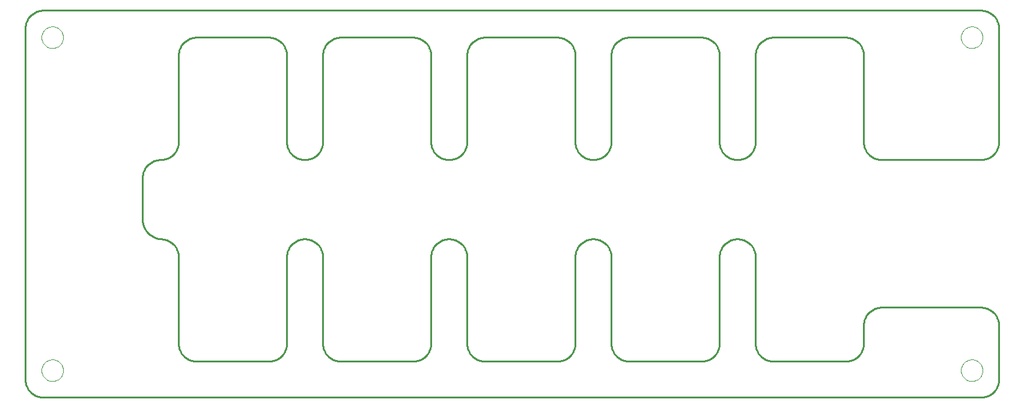
<source format=gtl>
G75*
G70*
%OFA0B0*%
%FSLAX24Y24*%
%IPPOS*%
%LPD*%
%AMOC8*
5,1,8,0,0,1.08239X$1,22.5*
%
%ADD10C,0.0100*%
%ADD11C,0.0000*%
D10*
X001150Y000150D02*
X053150Y000150D01*
X053210Y000152D01*
X053271Y000157D01*
X053330Y000166D01*
X053389Y000179D01*
X053448Y000195D01*
X053505Y000215D01*
X053560Y000238D01*
X053615Y000265D01*
X053667Y000294D01*
X053718Y000327D01*
X053767Y000363D01*
X053813Y000401D01*
X053857Y000443D01*
X053899Y000487D01*
X053937Y000533D01*
X053973Y000582D01*
X054006Y000633D01*
X054035Y000685D01*
X054062Y000740D01*
X054085Y000795D01*
X054105Y000852D01*
X054121Y000911D01*
X054134Y000970D01*
X054143Y001029D01*
X054148Y001090D01*
X054150Y001150D01*
X054150Y004150D01*
X054148Y004210D01*
X054143Y004271D01*
X054134Y004330D01*
X054121Y004389D01*
X054105Y004448D01*
X054085Y004505D01*
X054062Y004560D01*
X054035Y004615D01*
X054006Y004667D01*
X053973Y004718D01*
X053937Y004767D01*
X053899Y004813D01*
X053857Y004857D01*
X053813Y004899D01*
X053767Y004937D01*
X053718Y004973D01*
X053667Y005006D01*
X053615Y005035D01*
X053560Y005062D01*
X053505Y005085D01*
X053448Y005105D01*
X053389Y005121D01*
X053330Y005134D01*
X053271Y005143D01*
X053210Y005148D01*
X053150Y005150D01*
X047650Y005150D01*
X047590Y005148D01*
X047529Y005143D01*
X047470Y005134D01*
X047411Y005121D01*
X047352Y005105D01*
X047295Y005085D01*
X047240Y005062D01*
X047185Y005035D01*
X047133Y005006D01*
X047082Y004973D01*
X047033Y004937D01*
X046987Y004899D01*
X046943Y004857D01*
X046901Y004813D01*
X046863Y004767D01*
X046827Y004718D01*
X046794Y004667D01*
X046765Y004615D01*
X046738Y004560D01*
X046715Y004505D01*
X046695Y004448D01*
X046679Y004389D01*
X046666Y004330D01*
X046657Y004271D01*
X046652Y004210D01*
X046650Y004150D01*
X046650Y003150D01*
X046648Y003090D01*
X046643Y003029D01*
X046634Y002970D01*
X046621Y002911D01*
X046605Y002852D01*
X046585Y002795D01*
X046562Y002740D01*
X046535Y002685D01*
X046506Y002633D01*
X046473Y002582D01*
X046437Y002533D01*
X046399Y002487D01*
X046357Y002443D01*
X046313Y002401D01*
X046267Y002363D01*
X046218Y002327D01*
X046167Y002294D01*
X046115Y002265D01*
X046060Y002238D01*
X046005Y002215D01*
X045948Y002195D01*
X045889Y002179D01*
X045830Y002166D01*
X045771Y002157D01*
X045710Y002152D01*
X045650Y002150D01*
X041650Y002150D01*
X041590Y002152D01*
X041529Y002157D01*
X041470Y002166D01*
X041411Y002179D01*
X041352Y002195D01*
X041295Y002215D01*
X041240Y002238D01*
X041185Y002265D01*
X041133Y002294D01*
X041082Y002327D01*
X041033Y002363D01*
X040987Y002401D01*
X040943Y002443D01*
X040901Y002487D01*
X040863Y002533D01*
X040827Y002582D01*
X040794Y002633D01*
X040765Y002685D01*
X040738Y002740D01*
X040715Y002795D01*
X040695Y002852D01*
X040679Y002911D01*
X040666Y002970D01*
X040657Y003029D01*
X040652Y003090D01*
X040650Y003150D01*
X040650Y007950D01*
X040648Y008010D01*
X040643Y008071D01*
X040634Y008130D01*
X040621Y008189D01*
X040605Y008248D01*
X040585Y008305D01*
X040562Y008360D01*
X040535Y008415D01*
X040506Y008467D01*
X040473Y008518D01*
X040437Y008567D01*
X040399Y008613D01*
X040357Y008657D01*
X040313Y008699D01*
X040267Y008737D01*
X040218Y008773D01*
X040167Y008806D01*
X040115Y008835D01*
X040060Y008862D01*
X040005Y008885D01*
X039948Y008905D01*
X039889Y008921D01*
X039830Y008934D01*
X039771Y008943D01*
X039710Y008948D01*
X039650Y008950D01*
X039590Y008948D01*
X039529Y008943D01*
X039470Y008934D01*
X039411Y008921D01*
X039352Y008905D01*
X039295Y008885D01*
X039240Y008862D01*
X039185Y008835D01*
X039133Y008806D01*
X039082Y008773D01*
X039033Y008737D01*
X038987Y008699D01*
X038943Y008657D01*
X038901Y008613D01*
X038863Y008567D01*
X038827Y008518D01*
X038794Y008467D01*
X038765Y008415D01*
X038738Y008360D01*
X038715Y008305D01*
X038695Y008248D01*
X038679Y008189D01*
X038666Y008130D01*
X038657Y008071D01*
X038652Y008010D01*
X038650Y007950D01*
X038650Y003150D01*
X038648Y003090D01*
X038643Y003029D01*
X038634Y002970D01*
X038621Y002911D01*
X038605Y002852D01*
X038585Y002795D01*
X038562Y002740D01*
X038535Y002685D01*
X038506Y002633D01*
X038473Y002582D01*
X038437Y002533D01*
X038399Y002487D01*
X038357Y002443D01*
X038313Y002401D01*
X038267Y002363D01*
X038218Y002327D01*
X038167Y002294D01*
X038115Y002265D01*
X038060Y002238D01*
X038005Y002215D01*
X037948Y002195D01*
X037889Y002179D01*
X037830Y002166D01*
X037771Y002157D01*
X037710Y002152D01*
X037650Y002150D01*
X033650Y002150D01*
X033590Y002152D01*
X033529Y002157D01*
X033470Y002166D01*
X033411Y002179D01*
X033352Y002195D01*
X033295Y002215D01*
X033240Y002238D01*
X033185Y002265D01*
X033133Y002294D01*
X033082Y002327D01*
X033033Y002363D01*
X032987Y002401D01*
X032943Y002443D01*
X032901Y002487D01*
X032863Y002533D01*
X032827Y002582D01*
X032794Y002633D01*
X032765Y002685D01*
X032738Y002740D01*
X032715Y002795D01*
X032695Y002852D01*
X032679Y002911D01*
X032666Y002970D01*
X032657Y003029D01*
X032652Y003090D01*
X032650Y003150D01*
X032650Y007950D01*
X032648Y008010D01*
X032643Y008071D01*
X032634Y008130D01*
X032621Y008189D01*
X032605Y008248D01*
X032585Y008305D01*
X032562Y008360D01*
X032535Y008415D01*
X032506Y008467D01*
X032473Y008518D01*
X032437Y008567D01*
X032399Y008613D01*
X032357Y008657D01*
X032313Y008699D01*
X032267Y008737D01*
X032218Y008773D01*
X032167Y008806D01*
X032115Y008835D01*
X032060Y008862D01*
X032005Y008885D01*
X031948Y008905D01*
X031889Y008921D01*
X031830Y008934D01*
X031771Y008943D01*
X031710Y008948D01*
X031650Y008950D01*
X031590Y008948D01*
X031529Y008943D01*
X031470Y008934D01*
X031411Y008921D01*
X031352Y008905D01*
X031295Y008885D01*
X031240Y008862D01*
X031185Y008835D01*
X031133Y008806D01*
X031082Y008773D01*
X031033Y008737D01*
X030987Y008699D01*
X030943Y008657D01*
X030901Y008613D01*
X030863Y008567D01*
X030827Y008518D01*
X030794Y008467D01*
X030765Y008415D01*
X030738Y008360D01*
X030715Y008305D01*
X030695Y008248D01*
X030679Y008189D01*
X030666Y008130D01*
X030657Y008071D01*
X030652Y008010D01*
X030650Y007950D01*
X030650Y003150D01*
X030648Y003090D01*
X030643Y003029D01*
X030634Y002970D01*
X030621Y002911D01*
X030605Y002852D01*
X030585Y002795D01*
X030562Y002740D01*
X030535Y002685D01*
X030506Y002633D01*
X030473Y002582D01*
X030437Y002533D01*
X030399Y002487D01*
X030357Y002443D01*
X030313Y002401D01*
X030267Y002363D01*
X030218Y002327D01*
X030167Y002294D01*
X030115Y002265D01*
X030060Y002238D01*
X030005Y002215D01*
X029948Y002195D01*
X029889Y002179D01*
X029830Y002166D01*
X029771Y002157D01*
X029710Y002152D01*
X029650Y002150D01*
X025650Y002150D01*
X025590Y002152D01*
X025529Y002157D01*
X025470Y002166D01*
X025411Y002179D01*
X025352Y002195D01*
X025295Y002215D01*
X025240Y002238D01*
X025185Y002265D01*
X025133Y002294D01*
X025082Y002327D01*
X025033Y002363D01*
X024987Y002401D01*
X024943Y002443D01*
X024901Y002487D01*
X024863Y002533D01*
X024827Y002582D01*
X024794Y002633D01*
X024765Y002685D01*
X024738Y002740D01*
X024715Y002795D01*
X024695Y002852D01*
X024679Y002911D01*
X024666Y002970D01*
X024657Y003029D01*
X024652Y003090D01*
X024650Y003150D01*
X024650Y007950D01*
X024648Y008010D01*
X024643Y008071D01*
X024634Y008130D01*
X024621Y008189D01*
X024605Y008248D01*
X024585Y008305D01*
X024562Y008360D01*
X024535Y008415D01*
X024506Y008467D01*
X024473Y008518D01*
X024437Y008567D01*
X024399Y008613D01*
X024357Y008657D01*
X024313Y008699D01*
X024267Y008737D01*
X024218Y008773D01*
X024167Y008806D01*
X024115Y008835D01*
X024060Y008862D01*
X024005Y008885D01*
X023948Y008905D01*
X023889Y008921D01*
X023830Y008934D01*
X023771Y008943D01*
X023710Y008948D01*
X023650Y008950D01*
X023590Y008948D01*
X023529Y008943D01*
X023470Y008934D01*
X023411Y008921D01*
X023352Y008905D01*
X023295Y008885D01*
X023240Y008862D01*
X023185Y008835D01*
X023133Y008806D01*
X023082Y008773D01*
X023033Y008737D01*
X022987Y008699D01*
X022943Y008657D01*
X022901Y008613D01*
X022863Y008567D01*
X022827Y008518D01*
X022794Y008467D01*
X022765Y008415D01*
X022738Y008360D01*
X022715Y008305D01*
X022695Y008248D01*
X022679Y008189D01*
X022666Y008130D01*
X022657Y008071D01*
X022652Y008010D01*
X022650Y007950D01*
X022650Y003150D01*
X022648Y003090D01*
X022643Y003029D01*
X022634Y002970D01*
X022621Y002911D01*
X022605Y002852D01*
X022585Y002795D01*
X022562Y002740D01*
X022535Y002685D01*
X022506Y002633D01*
X022473Y002582D01*
X022437Y002533D01*
X022399Y002487D01*
X022357Y002443D01*
X022313Y002401D01*
X022267Y002363D01*
X022218Y002327D01*
X022167Y002294D01*
X022115Y002265D01*
X022060Y002238D01*
X022005Y002215D01*
X021948Y002195D01*
X021889Y002179D01*
X021830Y002166D01*
X021771Y002157D01*
X021710Y002152D01*
X021650Y002150D01*
X017650Y002150D01*
X017590Y002152D01*
X017529Y002157D01*
X017470Y002166D01*
X017411Y002179D01*
X017352Y002195D01*
X017295Y002215D01*
X017240Y002238D01*
X017185Y002265D01*
X017133Y002294D01*
X017082Y002327D01*
X017033Y002363D01*
X016987Y002401D01*
X016943Y002443D01*
X016901Y002487D01*
X016863Y002533D01*
X016827Y002582D01*
X016794Y002633D01*
X016765Y002685D01*
X016738Y002740D01*
X016715Y002795D01*
X016695Y002852D01*
X016679Y002911D01*
X016666Y002970D01*
X016657Y003029D01*
X016652Y003090D01*
X016650Y003150D01*
X016650Y007950D01*
X016648Y008010D01*
X016643Y008071D01*
X016634Y008130D01*
X016621Y008189D01*
X016605Y008248D01*
X016585Y008305D01*
X016562Y008360D01*
X016535Y008415D01*
X016506Y008467D01*
X016473Y008518D01*
X016437Y008567D01*
X016399Y008613D01*
X016357Y008657D01*
X016313Y008699D01*
X016267Y008737D01*
X016218Y008773D01*
X016167Y008806D01*
X016115Y008835D01*
X016060Y008862D01*
X016005Y008885D01*
X015948Y008905D01*
X015889Y008921D01*
X015830Y008934D01*
X015771Y008943D01*
X015710Y008948D01*
X015650Y008950D01*
X015590Y008948D01*
X015529Y008943D01*
X015470Y008934D01*
X015411Y008921D01*
X015352Y008905D01*
X015295Y008885D01*
X015240Y008862D01*
X015185Y008835D01*
X015133Y008806D01*
X015082Y008773D01*
X015033Y008737D01*
X014987Y008699D01*
X014943Y008657D01*
X014901Y008613D01*
X014863Y008567D01*
X014827Y008518D01*
X014794Y008467D01*
X014765Y008415D01*
X014738Y008360D01*
X014715Y008305D01*
X014695Y008248D01*
X014679Y008189D01*
X014666Y008130D01*
X014657Y008071D01*
X014652Y008010D01*
X014650Y007950D01*
X014650Y003150D01*
X014648Y003090D01*
X014643Y003029D01*
X014634Y002970D01*
X014621Y002911D01*
X014605Y002852D01*
X014585Y002795D01*
X014562Y002740D01*
X014535Y002685D01*
X014506Y002633D01*
X014473Y002582D01*
X014437Y002533D01*
X014399Y002487D01*
X014357Y002443D01*
X014313Y002401D01*
X014267Y002363D01*
X014218Y002327D01*
X014167Y002294D01*
X014115Y002265D01*
X014060Y002238D01*
X014005Y002215D01*
X013948Y002195D01*
X013889Y002179D01*
X013830Y002166D01*
X013771Y002157D01*
X013710Y002152D01*
X013650Y002150D01*
X009650Y002150D01*
X009590Y002152D01*
X009529Y002157D01*
X009470Y002166D01*
X009411Y002179D01*
X009352Y002195D01*
X009295Y002215D01*
X009240Y002238D01*
X009185Y002265D01*
X009133Y002294D01*
X009082Y002327D01*
X009033Y002363D01*
X008987Y002401D01*
X008943Y002443D01*
X008901Y002487D01*
X008863Y002533D01*
X008827Y002582D01*
X008794Y002633D01*
X008765Y002685D01*
X008738Y002740D01*
X008715Y002795D01*
X008695Y002852D01*
X008679Y002911D01*
X008666Y002970D01*
X008657Y003029D01*
X008652Y003090D01*
X008650Y003150D01*
X008650Y007950D01*
X008648Y008010D01*
X008643Y008071D01*
X008634Y008130D01*
X008621Y008189D01*
X008605Y008248D01*
X008585Y008305D01*
X008562Y008360D01*
X008535Y008415D01*
X008506Y008467D01*
X008473Y008518D01*
X008437Y008567D01*
X008399Y008613D01*
X008357Y008657D01*
X008313Y008699D01*
X008267Y008737D01*
X008218Y008773D01*
X008167Y008806D01*
X008115Y008835D01*
X008060Y008862D01*
X008005Y008885D01*
X007948Y008905D01*
X007889Y008921D01*
X007830Y008934D01*
X007771Y008943D01*
X007710Y008948D01*
X007650Y008950D01*
X007586Y008957D01*
X007523Y008969D01*
X007460Y008984D01*
X007399Y009002D01*
X007339Y009024D01*
X007280Y009050D01*
X007222Y009079D01*
X007167Y009111D01*
X007113Y009147D01*
X007062Y009186D01*
X007013Y009227D01*
X006966Y009271D01*
X006922Y009318D01*
X006881Y009368D01*
X006843Y009419D01*
X006808Y009473D01*
X006776Y009529D01*
X006747Y009586D01*
X006722Y009646D01*
X006700Y009706D01*
X006682Y009768D01*
X006667Y009830D01*
X006656Y009894D01*
X006649Y009957D01*
X006645Y010022D01*
X006646Y010086D01*
X006650Y010150D01*
X006650Y012350D01*
X006652Y012410D01*
X006657Y012471D01*
X006666Y012530D01*
X006679Y012589D01*
X006695Y012648D01*
X006715Y012705D01*
X006738Y012760D01*
X006765Y012815D01*
X006794Y012867D01*
X006827Y012918D01*
X006863Y012967D01*
X006901Y013013D01*
X006943Y013057D01*
X006987Y013099D01*
X007033Y013137D01*
X007082Y013173D01*
X007133Y013206D01*
X007185Y013235D01*
X007240Y013262D01*
X007295Y013285D01*
X007352Y013305D01*
X007411Y013321D01*
X007470Y013334D01*
X007529Y013343D01*
X007590Y013348D01*
X007650Y013350D01*
X007710Y013352D01*
X007771Y013357D01*
X007830Y013366D01*
X007889Y013379D01*
X007948Y013395D01*
X008005Y013415D01*
X008060Y013438D01*
X008115Y013465D01*
X008167Y013494D01*
X008218Y013527D01*
X008267Y013563D01*
X008313Y013601D01*
X008357Y013643D01*
X008399Y013687D01*
X008437Y013733D01*
X008473Y013782D01*
X008506Y013833D01*
X008535Y013885D01*
X008562Y013940D01*
X008585Y013995D01*
X008605Y014052D01*
X008621Y014111D01*
X008634Y014170D01*
X008643Y014229D01*
X008648Y014290D01*
X008650Y014350D01*
X008650Y019150D01*
X008652Y019210D01*
X008657Y019271D01*
X008666Y019330D01*
X008679Y019389D01*
X008695Y019448D01*
X008715Y019505D01*
X008738Y019560D01*
X008765Y019615D01*
X008794Y019667D01*
X008827Y019718D01*
X008863Y019767D01*
X008901Y019813D01*
X008943Y019857D01*
X008987Y019899D01*
X009033Y019937D01*
X009082Y019973D01*
X009133Y020006D01*
X009185Y020035D01*
X009240Y020062D01*
X009295Y020085D01*
X009352Y020105D01*
X009411Y020121D01*
X009470Y020134D01*
X009529Y020143D01*
X009590Y020148D01*
X009650Y020150D01*
X013650Y020150D01*
X013710Y020148D01*
X013771Y020143D01*
X013830Y020134D01*
X013889Y020121D01*
X013948Y020105D01*
X014005Y020085D01*
X014060Y020062D01*
X014115Y020035D01*
X014167Y020006D01*
X014218Y019973D01*
X014267Y019937D01*
X014313Y019899D01*
X014357Y019857D01*
X014399Y019813D01*
X014437Y019767D01*
X014473Y019718D01*
X014506Y019667D01*
X014535Y019615D01*
X014562Y019560D01*
X014585Y019505D01*
X014605Y019448D01*
X014621Y019389D01*
X014634Y019330D01*
X014643Y019271D01*
X014648Y019210D01*
X014650Y019150D01*
X014650Y014350D01*
X015650Y013350D02*
X015710Y013352D01*
X015771Y013357D01*
X015830Y013366D01*
X015889Y013379D01*
X015948Y013395D01*
X016005Y013415D01*
X016060Y013438D01*
X016115Y013465D01*
X016167Y013494D01*
X016218Y013527D01*
X016267Y013563D01*
X016313Y013601D01*
X016357Y013643D01*
X016399Y013687D01*
X016437Y013733D01*
X016473Y013782D01*
X016506Y013833D01*
X016535Y013885D01*
X016562Y013940D01*
X016585Y013995D01*
X016605Y014052D01*
X016621Y014111D01*
X016634Y014170D01*
X016643Y014229D01*
X016648Y014290D01*
X016650Y014350D01*
X016650Y019150D01*
X016652Y019210D01*
X016657Y019271D01*
X016666Y019330D01*
X016679Y019389D01*
X016695Y019448D01*
X016715Y019505D01*
X016738Y019560D01*
X016765Y019615D01*
X016794Y019667D01*
X016827Y019718D01*
X016863Y019767D01*
X016901Y019813D01*
X016943Y019857D01*
X016987Y019899D01*
X017033Y019937D01*
X017082Y019973D01*
X017133Y020006D01*
X017185Y020035D01*
X017240Y020062D01*
X017295Y020085D01*
X017352Y020105D01*
X017411Y020121D01*
X017470Y020134D01*
X017529Y020143D01*
X017590Y020148D01*
X017650Y020150D01*
X021650Y020150D01*
X021710Y020148D01*
X021771Y020143D01*
X021830Y020134D01*
X021889Y020121D01*
X021948Y020105D01*
X022005Y020085D01*
X022060Y020062D01*
X022115Y020035D01*
X022167Y020006D01*
X022218Y019973D01*
X022267Y019937D01*
X022313Y019899D01*
X022357Y019857D01*
X022399Y019813D01*
X022437Y019767D01*
X022473Y019718D01*
X022506Y019667D01*
X022535Y019615D01*
X022562Y019560D01*
X022585Y019505D01*
X022605Y019448D01*
X022621Y019389D01*
X022634Y019330D01*
X022643Y019271D01*
X022648Y019210D01*
X022650Y019150D01*
X022650Y014350D01*
X023650Y013350D02*
X023710Y013352D01*
X023771Y013357D01*
X023830Y013366D01*
X023889Y013379D01*
X023948Y013395D01*
X024005Y013415D01*
X024060Y013438D01*
X024115Y013465D01*
X024167Y013494D01*
X024218Y013527D01*
X024267Y013563D01*
X024313Y013601D01*
X024357Y013643D01*
X024399Y013687D01*
X024437Y013733D01*
X024473Y013782D01*
X024506Y013833D01*
X024535Y013885D01*
X024562Y013940D01*
X024585Y013995D01*
X024605Y014052D01*
X024621Y014111D01*
X024634Y014170D01*
X024643Y014229D01*
X024648Y014290D01*
X024650Y014350D01*
X024650Y019150D01*
X024652Y019210D01*
X024657Y019271D01*
X024666Y019330D01*
X024679Y019389D01*
X024695Y019448D01*
X024715Y019505D01*
X024738Y019560D01*
X024765Y019615D01*
X024794Y019667D01*
X024827Y019718D01*
X024863Y019767D01*
X024901Y019813D01*
X024943Y019857D01*
X024987Y019899D01*
X025033Y019937D01*
X025082Y019973D01*
X025133Y020006D01*
X025185Y020035D01*
X025240Y020062D01*
X025295Y020085D01*
X025352Y020105D01*
X025411Y020121D01*
X025470Y020134D01*
X025529Y020143D01*
X025590Y020148D01*
X025650Y020150D01*
X029650Y020150D01*
X029710Y020148D01*
X029771Y020143D01*
X029830Y020134D01*
X029889Y020121D01*
X029948Y020105D01*
X030005Y020085D01*
X030060Y020062D01*
X030115Y020035D01*
X030167Y020006D01*
X030218Y019973D01*
X030267Y019937D01*
X030313Y019899D01*
X030357Y019857D01*
X030399Y019813D01*
X030437Y019767D01*
X030473Y019718D01*
X030506Y019667D01*
X030535Y019615D01*
X030562Y019560D01*
X030585Y019505D01*
X030605Y019448D01*
X030621Y019389D01*
X030634Y019330D01*
X030643Y019271D01*
X030648Y019210D01*
X030650Y019150D01*
X030650Y014350D01*
X031650Y013350D02*
X031710Y013352D01*
X031771Y013357D01*
X031830Y013366D01*
X031889Y013379D01*
X031948Y013395D01*
X032005Y013415D01*
X032060Y013438D01*
X032115Y013465D01*
X032167Y013494D01*
X032218Y013527D01*
X032267Y013563D01*
X032313Y013601D01*
X032357Y013643D01*
X032399Y013687D01*
X032437Y013733D01*
X032473Y013782D01*
X032506Y013833D01*
X032535Y013885D01*
X032562Y013940D01*
X032585Y013995D01*
X032605Y014052D01*
X032621Y014111D01*
X032634Y014170D01*
X032643Y014229D01*
X032648Y014290D01*
X032650Y014350D01*
X032650Y019150D01*
X032652Y019210D01*
X032657Y019271D01*
X032666Y019330D01*
X032679Y019389D01*
X032695Y019448D01*
X032715Y019505D01*
X032738Y019560D01*
X032765Y019615D01*
X032794Y019667D01*
X032827Y019718D01*
X032863Y019767D01*
X032901Y019813D01*
X032943Y019857D01*
X032987Y019899D01*
X033033Y019937D01*
X033082Y019973D01*
X033133Y020006D01*
X033185Y020035D01*
X033240Y020062D01*
X033295Y020085D01*
X033352Y020105D01*
X033411Y020121D01*
X033470Y020134D01*
X033529Y020143D01*
X033590Y020148D01*
X033650Y020150D01*
X037650Y020150D01*
X037710Y020148D01*
X037771Y020143D01*
X037830Y020134D01*
X037889Y020121D01*
X037948Y020105D01*
X038005Y020085D01*
X038060Y020062D01*
X038115Y020035D01*
X038167Y020006D01*
X038218Y019973D01*
X038267Y019937D01*
X038313Y019899D01*
X038357Y019857D01*
X038399Y019813D01*
X038437Y019767D01*
X038473Y019718D01*
X038506Y019667D01*
X038535Y019615D01*
X038562Y019560D01*
X038585Y019505D01*
X038605Y019448D01*
X038621Y019389D01*
X038634Y019330D01*
X038643Y019271D01*
X038648Y019210D01*
X038650Y019150D01*
X038650Y014350D01*
X039650Y013350D02*
X039710Y013352D01*
X039771Y013357D01*
X039830Y013366D01*
X039889Y013379D01*
X039948Y013395D01*
X040005Y013415D01*
X040060Y013438D01*
X040115Y013465D01*
X040167Y013494D01*
X040218Y013527D01*
X040267Y013563D01*
X040313Y013601D01*
X040357Y013643D01*
X040399Y013687D01*
X040437Y013733D01*
X040473Y013782D01*
X040506Y013833D01*
X040535Y013885D01*
X040562Y013940D01*
X040585Y013995D01*
X040605Y014052D01*
X040621Y014111D01*
X040634Y014170D01*
X040643Y014229D01*
X040648Y014290D01*
X040650Y014350D01*
X040650Y019150D01*
X040652Y019210D01*
X040657Y019271D01*
X040666Y019330D01*
X040679Y019389D01*
X040695Y019448D01*
X040715Y019505D01*
X040738Y019560D01*
X040765Y019615D01*
X040794Y019667D01*
X040827Y019718D01*
X040863Y019767D01*
X040901Y019813D01*
X040943Y019857D01*
X040987Y019899D01*
X041033Y019937D01*
X041082Y019973D01*
X041133Y020006D01*
X041185Y020035D01*
X041240Y020062D01*
X041295Y020085D01*
X041352Y020105D01*
X041411Y020121D01*
X041470Y020134D01*
X041529Y020143D01*
X041590Y020148D01*
X041650Y020150D01*
X045650Y020150D01*
X045710Y020148D01*
X045771Y020143D01*
X045830Y020134D01*
X045889Y020121D01*
X045948Y020105D01*
X046005Y020085D01*
X046060Y020062D01*
X046115Y020035D01*
X046167Y020006D01*
X046218Y019973D01*
X046267Y019937D01*
X046313Y019899D01*
X046357Y019857D01*
X046399Y019813D01*
X046437Y019767D01*
X046473Y019718D01*
X046506Y019667D01*
X046535Y019615D01*
X046562Y019560D01*
X046585Y019505D01*
X046605Y019448D01*
X046621Y019389D01*
X046634Y019330D01*
X046643Y019271D01*
X046648Y019210D01*
X046650Y019150D01*
X046650Y014350D01*
X046652Y014290D01*
X046657Y014229D01*
X046666Y014170D01*
X046679Y014111D01*
X046695Y014052D01*
X046715Y013995D01*
X046738Y013940D01*
X046765Y013885D01*
X046794Y013833D01*
X046827Y013782D01*
X046863Y013733D01*
X046901Y013687D01*
X046943Y013643D01*
X046987Y013601D01*
X047033Y013563D01*
X047082Y013527D01*
X047133Y013494D01*
X047185Y013465D01*
X047240Y013438D01*
X047295Y013415D01*
X047352Y013395D01*
X047411Y013379D01*
X047470Y013366D01*
X047529Y013357D01*
X047590Y013352D01*
X047650Y013350D01*
X053150Y013350D01*
X053210Y013352D01*
X053271Y013357D01*
X053330Y013366D01*
X053389Y013379D01*
X053448Y013395D01*
X053505Y013415D01*
X053560Y013438D01*
X053615Y013465D01*
X053667Y013494D01*
X053718Y013527D01*
X053767Y013563D01*
X053813Y013601D01*
X053857Y013643D01*
X053899Y013687D01*
X053937Y013733D01*
X053973Y013782D01*
X054006Y013833D01*
X054035Y013885D01*
X054062Y013940D01*
X054085Y013995D01*
X054105Y014052D01*
X054121Y014111D01*
X054134Y014170D01*
X054143Y014229D01*
X054148Y014290D01*
X054150Y014350D01*
X054150Y020650D01*
X054148Y020710D01*
X054143Y020771D01*
X054134Y020830D01*
X054121Y020889D01*
X054105Y020948D01*
X054085Y021005D01*
X054062Y021060D01*
X054035Y021115D01*
X054006Y021167D01*
X053973Y021218D01*
X053937Y021267D01*
X053899Y021313D01*
X053857Y021357D01*
X053813Y021399D01*
X053767Y021437D01*
X053718Y021473D01*
X053667Y021506D01*
X053615Y021535D01*
X053560Y021562D01*
X053505Y021585D01*
X053448Y021605D01*
X053389Y021621D01*
X053330Y021634D01*
X053271Y021643D01*
X053210Y021648D01*
X053150Y021650D01*
X001150Y021650D01*
X001090Y021648D01*
X001029Y021643D01*
X000970Y021634D01*
X000911Y021621D01*
X000852Y021605D01*
X000795Y021585D01*
X000740Y021562D01*
X000685Y021535D01*
X000633Y021506D01*
X000582Y021473D01*
X000533Y021437D01*
X000487Y021399D01*
X000443Y021357D01*
X000401Y021313D01*
X000363Y021267D01*
X000327Y021218D01*
X000294Y021167D01*
X000265Y021115D01*
X000238Y021060D01*
X000215Y021005D01*
X000195Y020948D01*
X000179Y020889D01*
X000166Y020830D01*
X000157Y020771D01*
X000152Y020710D01*
X000150Y020650D01*
X000150Y001150D01*
X000152Y001090D01*
X000157Y001029D01*
X000166Y000970D01*
X000179Y000911D01*
X000195Y000852D01*
X000215Y000795D01*
X000238Y000740D01*
X000265Y000685D01*
X000294Y000633D01*
X000327Y000582D01*
X000363Y000533D01*
X000401Y000487D01*
X000443Y000443D01*
X000487Y000401D01*
X000533Y000363D01*
X000582Y000327D01*
X000633Y000294D01*
X000685Y000265D01*
X000740Y000238D01*
X000795Y000215D01*
X000852Y000195D01*
X000911Y000179D01*
X000970Y000166D01*
X001029Y000157D01*
X001090Y000152D01*
X001150Y000150D01*
X014650Y014350D02*
X014652Y014290D01*
X014657Y014229D01*
X014666Y014170D01*
X014679Y014111D01*
X014695Y014052D01*
X014715Y013995D01*
X014738Y013940D01*
X014765Y013885D01*
X014794Y013833D01*
X014827Y013782D01*
X014863Y013733D01*
X014901Y013687D01*
X014943Y013643D01*
X014987Y013601D01*
X015033Y013563D01*
X015082Y013527D01*
X015133Y013494D01*
X015185Y013465D01*
X015240Y013438D01*
X015295Y013415D01*
X015352Y013395D01*
X015411Y013379D01*
X015470Y013366D01*
X015529Y013357D01*
X015590Y013352D01*
X015650Y013350D01*
X022650Y014350D02*
X022652Y014290D01*
X022657Y014229D01*
X022666Y014170D01*
X022679Y014111D01*
X022695Y014052D01*
X022715Y013995D01*
X022738Y013940D01*
X022765Y013885D01*
X022794Y013833D01*
X022827Y013782D01*
X022863Y013733D01*
X022901Y013687D01*
X022943Y013643D01*
X022987Y013601D01*
X023033Y013563D01*
X023082Y013527D01*
X023133Y013494D01*
X023185Y013465D01*
X023240Y013438D01*
X023295Y013415D01*
X023352Y013395D01*
X023411Y013379D01*
X023470Y013366D01*
X023529Y013357D01*
X023590Y013352D01*
X023650Y013350D01*
X030650Y014350D02*
X030652Y014290D01*
X030657Y014229D01*
X030666Y014170D01*
X030679Y014111D01*
X030695Y014052D01*
X030715Y013995D01*
X030738Y013940D01*
X030765Y013885D01*
X030794Y013833D01*
X030827Y013782D01*
X030863Y013733D01*
X030901Y013687D01*
X030943Y013643D01*
X030987Y013601D01*
X031033Y013563D01*
X031082Y013527D01*
X031133Y013494D01*
X031185Y013465D01*
X031240Y013438D01*
X031295Y013415D01*
X031352Y013395D01*
X031411Y013379D01*
X031470Y013366D01*
X031529Y013357D01*
X031590Y013352D01*
X031650Y013350D01*
X038650Y014350D02*
X038652Y014290D01*
X038657Y014229D01*
X038666Y014170D01*
X038679Y014111D01*
X038695Y014052D01*
X038715Y013995D01*
X038738Y013940D01*
X038765Y013885D01*
X038794Y013833D01*
X038827Y013782D01*
X038863Y013733D01*
X038901Y013687D01*
X038943Y013643D01*
X038987Y013601D01*
X039033Y013563D01*
X039082Y013527D01*
X039133Y013494D01*
X039185Y013465D01*
X039240Y013438D01*
X039295Y013415D01*
X039352Y013395D01*
X039411Y013379D01*
X039470Y013366D01*
X039529Y013357D01*
X039590Y013352D01*
X039650Y013350D01*
D11*
X052050Y020150D02*
X052052Y020199D01*
X052058Y020247D01*
X052068Y020295D01*
X052082Y020342D01*
X052099Y020388D01*
X052120Y020432D01*
X052145Y020474D01*
X052173Y020514D01*
X052205Y020552D01*
X052239Y020587D01*
X052276Y020619D01*
X052315Y020648D01*
X052357Y020674D01*
X052401Y020696D01*
X052446Y020714D01*
X052493Y020729D01*
X052540Y020740D01*
X052589Y020747D01*
X052638Y020750D01*
X052687Y020749D01*
X052735Y020744D01*
X052784Y020735D01*
X052831Y020722D01*
X052877Y020705D01*
X052921Y020685D01*
X052964Y020661D01*
X053005Y020634D01*
X053043Y020603D01*
X053079Y020570D01*
X053111Y020534D01*
X053141Y020495D01*
X053168Y020454D01*
X053191Y020410D01*
X053210Y020365D01*
X053226Y020319D01*
X053238Y020272D01*
X053246Y020223D01*
X053250Y020174D01*
X053250Y020126D01*
X053246Y020077D01*
X053238Y020028D01*
X053226Y019981D01*
X053210Y019935D01*
X053191Y019890D01*
X053168Y019846D01*
X053141Y019805D01*
X053111Y019766D01*
X053079Y019730D01*
X053043Y019697D01*
X053005Y019666D01*
X052964Y019639D01*
X052921Y019615D01*
X052877Y019595D01*
X052831Y019578D01*
X052784Y019565D01*
X052735Y019556D01*
X052687Y019551D01*
X052638Y019550D01*
X052589Y019553D01*
X052540Y019560D01*
X052493Y019571D01*
X052446Y019586D01*
X052401Y019604D01*
X052357Y019626D01*
X052315Y019652D01*
X052276Y019681D01*
X052239Y019713D01*
X052205Y019748D01*
X052173Y019786D01*
X052145Y019826D01*
X052120Y019868D01*
X052099Y019912D01*
X052082Y019958D01*
X052068Y020005D01*
X052058Y020053D01*
X052052Y020101D01*
X052050Y020150D01*
X052050Y001650D02*
X052052Y001699D01*
X052058Y001747D01*
X052068Y001795D01*
X052082Y001842D01*
X052099Y001888D01*
X052120Y001932D01*
X052145Y001974D01*
X052173Y002014D01*
X052205Y002052D01*
X052239Y002087D01*
X052276Y002119D01*
X052315Y002148D01*
X052357Y002174D01*
X052401Y002196D01*
X052446Y002214D01*
X052493Y002229D01*
X052540Y002240D01*
X052589Y002247D01*
X052638Y002250D01*
X052687Y002249D01*
X052735Y002244D01*
X052784Y002235D01*
X052831Y002222D01*
X052877Y002205D01*
X052921Y002185D01*
X052964Y002161D01*
X053005Y002134D01*
X053043Y002103D01*
X053079Y002070D01*
X053111Y002034D01*
X053141Y001995D01*
X053168Y001954D01*
X053191Y001910D01*
X053210Y001865D01*
X053226Y001819D01*
X053238Y001772D01*
X053246Y001723D01*
X053250Y001674D01*
X053250Y001626D01*
X053246Y001577D01*
X053238Y001528D01*
X053226Y001481D01*
X053210Y001435D01*
X053191Y001390D01*
X053168Y001346D01*
X053141Y001305D01*
X053111Y001266D01*
X053079Y001230D01*
X053043Y001197D01*
X053005Y001166D01*
X052964Y001139D01*
X052921Y001115D01*
X052877Y001095D01*
X052831Y001078D01*
X052784Y001065D01*
X052735Y001056D01*
X052687Y001051D01*
X052638Y001050D01*
X052589Y001053D01*
X052540Y001060D01*
X052493Y001071D01*
X052446Y001086D01*
X052401Y001104D01*
X052357Y001126D01*
X052315Y001152D01*
X052276Y001181D01*
X052239Y001213D01*
X052205Y001248D01*
X052173Y001286D01*
X052145Y001326D01*
X052120Y001368D01*
X052099Y001412D01*
X052082Y001458D01*
X052068Y001505D01*
X052058Y001553D01*
X052052Y001601D01*
X052050Y001650D01*
X001050Y001650D02*
X001052Y001699D01*
X001058Y001747D01*
X001068Y001795D01*
X001082Y001842D01*
X001099Y001888D01*
X001120Y001932D01*
X001145Y001974D01*
X001173Y002014D01*
X001205Y002052D01*
X001239Y002087D01*
X001276Y002119D01*
X001315Y002148D01*
X001357Y002174D01*
X001401Y002196D01*
X001446Y002214D01*
X001493Y002229D01*
X001540Y002240D01*
X001589Y002247D01*
X001638Y002250D01*
X001687Y002249D01*
X001735Y002244D01*
X001784Y002235D01*
X001831Y002222D01*
X001877Y002205D01*
X001921Y002185D01*
X001964Y002161D01*
X002005Y002134D01*
X002043Y002103D01*
X002079Y002070D01*
X002111Y002034D01*
X002141Y001995D01*
X002168Y001954D01*
X002191Y001910D01*
X002210Y001865D01*
X002226Y001819D01*
X002238Y001772D01*
X002246Y001723D01*
X002250Y001674D01*
X002250Y001626D01*
X002246Y001577D01*
X002238Y001528D01*
X002226Y001481D01*
X002210Y001435D01*
X002191Y001390D01*
X002168Y001346D01*
X002141Y001305D01*
X002111Y001266D01*
X002079Y001230D01*
X002043Y001197D01*
X002005Y001166D01*
X001964Y001139D01*
X001921Y001115D01*
X001877Y001095D01*
X001831Y001078D01*
X001784Y001065D01*
X001735Y001056D01*
X001687Y001051D01*
X001638Y001050D01*
X001589Y001053D01*
X001540Y001060D01*
X001493Y001071D01*
X001446Y001086D01*
X001401Y001104D01*
X001357Y001126D01*
X001315Y001152D01*
X001276Y001181D01*
X001239Y001213D01*
X001205Y001248D01*
X001173Y001286D01*
X001145Y001326D01*
X001120Y001368D01*
X001099Y001412D01*
X001082Y001458D01*
X001068Y001505D01*
X001058Y001553D01*
X001052Y001601D01*
X001050Y001650D01*
X001050Y020150D02*
X001052Y020199D01*
X001058Y020247D01*
X001068Y020295D01*
X001082Y020342D01*
X001099Y020388D01*
X001120Y020432D01*
X001145Y020474D01*
X001173Y020514D01*
X001205Y020552D01*
X001239Y020587D01*
X001276Y020619D01*
X001315Y020648D01*
X001357Y020674D01*
X001401Y020696D01*
X001446Y020714D01*
X001493Y020729D01*
X001540Y020740D01*
X001589Y020747D01*
X001638Y020750D01*
X001687Y020749D01*
X001735Y020744D01*
X001784Y020735D01*
X001831Y020722D01*
X001877Y020705D01*
X001921Y020685D01*
X001964Y020661D01*
X002005Y020634D01*
X002043Y020603D01*
X002079Y020570D01*
X002111Y020534D01*
X002141Y020495D01*
X002168Y020454D01*
X002191Y020410D01*
X002210Y020365D01*
X002226Y020319D01*
X002238Y020272D01*
X002246Y020223D01*
X002250Y020174D01*
X002250Y020126D01*
X002246Y020077D01*
X002238Y020028D01*
X002226Y019981D01*
X002210Y019935D01*
X002191Y019890D01*
X002168Y019846D01*
X002141Y019805D01*
X002111Y019766D01*
X002079Y019730D01*
X002043Y019697D01*
X002005Y019666D01*
X001964Y019639D01*
X001921Y019615D01*
X001877Y019595D01*
X001831Y019578D01*
X001784Y019565D01*
X001735Y019556D01*
X001687Y019551D01*
X001638Y019550D01*
X001589Y019553D01*
X001540Y019560D01*
X001493Y019571D01*
X001446Y019586D01*
X001401Y019604D01*
X001357Y019626D01*
X001315Y019652D01*
X001276Y019681D01*
X001239Y019713D01*
X001205Y019748D01*
X001173Y019786D01*
X001145Y019826D01*
X001120Y019868D01*
X001099Y019912D01*
X001082Y019958D01*
X001068Y020005D01*
X001058Y020053D01*
X001052Y020101D01*
X001050Y020150D01*
M02*

</source>
